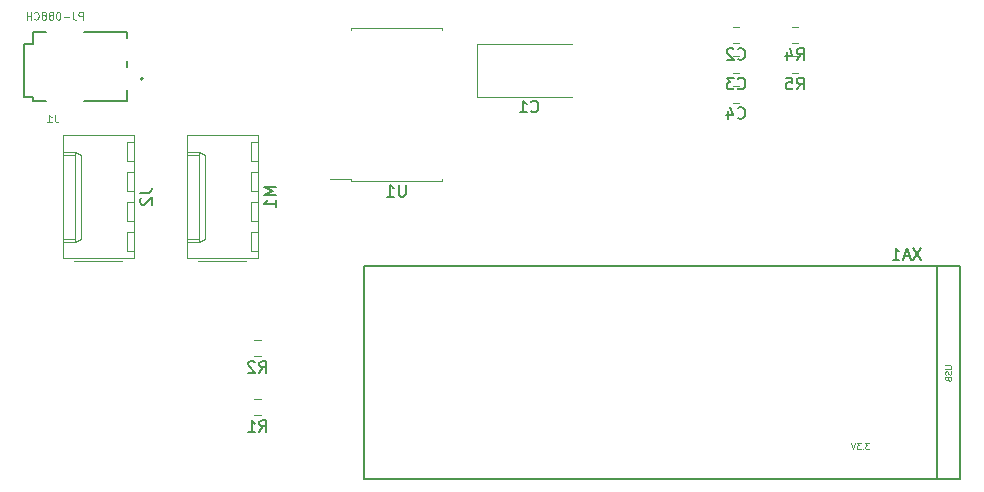
<source format=gbr>
G04 #@! TF.GenerationSoftware,KiCad,Pcbnew,(5.1.4)-1*
G04 #@! TF.CreationDate,2019-09-08T20:59:56-07:00*
G04 #@! TF.ProjectId,arduino-micro,61726475-696e-46f2-9d6d-6963726f2e6b,rev?*
G04 #@! TF.SameCoordinates,Original*
G04 #@! TF.FileFunction,Legend,Bot*
G04 #@! TF.FilePolarity,Positive*
%FSLAX46Y46*%
G04 Gerber Fmt 4.6, Leading zero omitted, Abs format (unit mm)*
G04 Created by KiCad (PCBNEW (5.1.4)-1) date 2019-09-08 20:59:56*
%MOMM*%
%LPD*%
G04 APERTURE LIST*
%ADD10C,0.120000*%
%ADD11C,0.200000*%
%ADD12C,0.127000*%
%ADD13C,0.150000*%
%ADD14C,0.050000*%
%ADD15C,0.075000*%
G04 APERTURE END LIST*
D10*
X121930000Y-106080000D02*
X122530000Y-106080000D01*
X121930000Y-107680000D02*
X121930000Y-106080000D01*
X122530000Y-107680000D02*
X121930000Y-107680000D01*
X121930000Y-108620000D02*
X122530000Y-108620000D01*
X121930000Y-110220000D02*
X121930000Y-108620000D01*
X122530000Y-110220000D02*
X121930000Y-110220000D01*
X121930000Y-111160000D02*
X122530000Y-111160000D01*
X121930000Y-112760000D02*
X121930000Y-111160000D01*
X122530000Y-112760000D02*
X121930000Y-112760000D01*
X121930000Y-113700000D02*
X122530000Y-113700000D01*
X121930000Y-115300000D02*
X121930000Y-113700000D01*
X122530000Y-115300000D02*
X121930000Y-115300000D01*
X116510000Y-107130000D02*
X117510000Y-107130000D01*
X116510000Y-114250000D02*
X117510000Y-114250000D01*
X118040000Y-107130000D02*
X117510000Y-106880000D01*
X118040000Y-114250000D02*
X118040000Y-107130000D01*
X117510000Y-114500000D02*
X118040000Y-114250000D01*
X117510000Y-106880000D02*
X116510000Y-106880000D01*
X117510000Y-114500000D02*
X117510000Y-106880000D01*
X116510000Y-114500000D02*
X117510000Y-114500000D01*
X121500000Y-116170000D02*
X117500000Y-116170000D01*
X122530000Y-105500000D02*
X122530000Y-115880000D01*
X116510000Y-105500000D02*
X122530000Y-105500000D01*
X116510000Y-115880000D02*
X116510000Y-105500000D01*
X122530000Y-115880000D02*
X116510000Y-115880000D01*
X151590000Y-97740000D02*
X159650000Y-97740000D01*
X151590000Y-102260000D02*
X151590000Y-97740000D01*
X159650000Y-102260000D02*
X151590000Y-102260000D01*
X132430000Y-106080000D02*
X133030000Y-106080000D01*
X132430000Y-107680000D02*
X132430000Y-106080000D01*
X133030000Y-107680000D02*
X132430000Y-107680000D01*
X132430000Y-108620000D02*
X133030000Y-108620000D01*
X132430000Y-110220000D02*
X132430000Y-108620000D01*
X133030000Y-110220000D02*
X132430000Y-110220000D01*
X132430000Y-111160000D02*
X133030000Y-111160000D01*
X132430000Y-112760000D02*
X132430000Y-111160000D01*
X133030000Y-112760000D02*
X132430000Y-112760000D01*
X132430000Y-113700000D02*
X133030000Y-113700000D01*
X132430000Y-115300000D02*
X132430000Y-113700000D01*
X133030000Y-115300000D02*
X132430000Y-115300000D01*
X127010000Y-107130000D02*
X128010000Y-107130000D01*
X127010000Y-114250000D02*
X128010000Y-114250000D01*
X128540000Y-107130000D02*
X128010000Y-106880000D01*
X128540000Y-114250000D02*
X128540000Y-107130000D01*
X128010000Y-114500000D02*
X128540000Y-114250000D01*
X128010000Y-106880000D02*
X127010000Y-106880000D01*
X128010000Y-114500000D02*
X128010000Y-106880000D01*
X127010000Y-114500000D02*
X128010000Y-114500000D01*
X132000000Y-116170000D02*
X128000000Y-116170000D01*
X133030000Y-105500000D02*
X133030000Y-115880000D01*
X127010000Y-105500000D02*
X133030000Y-105500000D01*
X127010000Y-115880000D02*
X127010000Y-105500000D01*
X133030000Y-115880000D02*
X127010000Y-115880000D01*
D11*
X123300000Y-100700000D02*
G75*
G03X123300000Y-100700000I-100000J0D01*
G01*
D12*
X121950000Y-99686500D02*
X121950000Y-99210000D01*
X121950000Y-96700000D02*
X121950000Y-97290000D01*
X118310000Y-96700000D02*
X121950000Y-96700000D01*
X121950000Y-102600000D02*
X121950000Y-101610000D01*
X118310000Y-102600000D02*
X121950000Y-102600000D01*
X114000000Y-96700000D02*
X115090000Y-96700000D01*
X114000000Y-97750000D02*
X114000000Y-96700000D01*
X113250000Y-97750000D02*
X114000000Y-97750000D01*
X113250000Y-102250000D02*
X113250000Y-97750000D01*
X114000000Y-102250000D02*
X113250000Y-102250000D01*
X114000000Y-102600000D02*
X114000000Y-102250000D01*
X115090000Y-102600000D02*
X114000000Y-102600000D01*
D13*
X192500000Y-134620000D02*
X142020000Y-134620000D01*
X190500000Y-116620000D02*
X190500000Y-134620000D01*
X192500000Y-116586000D02*
X142020000Y-116586000D01*
X142020000Y-116620000D02*
X142020000Y-134620000D01*
X192500000Y-116586000D02*
X192500000Y-134620000D01*
D10*
X140920000Y-109145000D02*
X139105000Y-109145000D01*
X140920000Y-109380000D02*
X140920000Y-109145000D01*
X144780000Y-109380000D02*
X140920000Y-109380000D01*
X148640000Y-109380000D02*
X148640000Y-109145000D01*
X144780000Y-109380000D02*
X148640000Y-109380000D01*
X140920000Y-96360000D02*
X140920000Y-96595000D01*
X144780000Y-96360000D02*
X140920000Y-96360000D01*
X148640000Y-96360000D02*
X148640000Y-96595000D01*
X144780000Y-96360000D02*
X148640000Y-96360000D01*
X178238748Y-98790000D02*
X178761252Y-98790000D01*
X178238748Y-100210000D02*
X178761252Y-100210000D01*
X178238748Y-96290000D02*
X178761252Y-96290000D01*
X178238748Y-97710000D02*
X178761252Y-97710000D01*
X132738748Y-122790000D02*
X133261252Y-122790000D01*
X132738748Y-124210000D02*
X133261252Y-124210000D01*
X132738748Y-127790000D02*
X133261252Y-127790000D01*
X132738748Y-129210000D02*
X133261252Y-129210000D01*
X173238748Y-101290000D02*
X173761252Y-101290000D01*
X173238748Y-102710000D02*
X173761252Y-102710000D01*
X173238748Y-98790000D02*
X173761252Y-98790000D01*
X173238748Y-100210000D02*
X173761252Y-100210000D01*
X173238748Y-96290000D02*
X173761252Y-96290000D01*
X173238748Y-97710000D02*
X173761252Y-97710000D01*
D13*
X123072380Y-110356666D02*
X123786666Y-110356666D01*
X123929523Y-110309047D01*
X124024761Y-110213809D01*
X124072380Y-110070952D01*
X124072380Y-109975714D01*
X123167619Y-110785238D02*
X123120000Y-110832857D01*
X123072380Y-110928095D01*
X123072380Y-111166190D01*
X123120000Y-111261428D01*
X123167619Y-111309047D01*
X123262857Y-111356666D01*
X123358095Y-111356666D01*
X123500952Y-111309047D01*
X124072380Y-110737619D01*
X124072380Y-111356666D01*
X156166666Y-103457142D02*
X156214285Y-103504761D01*
X156357142Y-103552380D01*
X156452380Y-103552380D01*
X156595238Y-103504761D01*
X156690476Y-103409523D01*
X156738095Y-103314285D01*
X156785714Y-103123809D01*
X156785714Y-102980952D01*
X156738095Y-102790476D01*
X156690476Y-102695238D01*
X156595238Y-102600000D01*
X156452380Y-102552380D01*
X156357142Y-102552380D01*
X156214285Y-102600000D01*
X156166666Y-102647619D01*
X155214285Y-103552380D02*
X155785714Y-103552380D01*
X155500000Y-103552380D02*
X155500000Y-102552380D01*
X155595238Y-102695238D01*
X155690476Y-102790476D01*
X155785714Y-102838095D01*
X134572380Y-109880476D02*
X133572380Y-109880476D01*
X134286666Y-110213809D01*
X133572380Y-110547142D01*
X134572380Y-110547142D01*
X134572380Y-111547142D02*
X134572380Y-110975714D01*
X134572380Y-111261428D02*
X133572380Y-111261428D01*
X133715238Y-111166190D01*
X133810476Y-111070952D01*
X133858095Y-110975714D01*
D14*
X115838933Y-103755923D02*
X115838933Y-104213066D01*
X115869409Y-104304495D01*
X115930361Y-104365447D01*
X116021790Y-104395923D01*
X116082742Y-104395923D01*
X115198933Y-104395923D02*
X115564647Y-104395923D01*
X115381790Y-104395923D02*
X115381790Y-103755923D01*
X115442742Y-103847352D01*
X115503695Y-103908304D01*
X115564647Y-103938780D01*
X118209142Y-95695923D02*
X118209142Y-95055923D01*
X117965333Y-95055923D01*
X117904380Y-95086400D01*
X117873904Y-95116876D01*
X117843428Y-95177828D01*
X117843428Y-95269257D01*
X117873904Y-95330209D01*
X117904380Y-95360685D01*
X117965333Y-95391161D01*
X118209142Y-95391161D01*
X117386285Y-95055923D02*
X117386285Y-95513066D01*
X117416761Y-95604495D01*
X117477714Y-95665447D01*
X117569142Y-95695923D01*
X117630095Y-95695923D01*
X117081523Y-95452114D02*
X116593904Y-95452114D01*
X116167238Y-95055923D02*
X116106285Y-95055923D01*
X116045333Y-95086400D01*
X116014857Y-95116876D01*
X115984380Y-95177828D01*
X115953904Y-95299733D01*
X115953904Y-95452114D01*
X115984380Y-95574019D01*
X116014857Y-95634971D01*
X116045333Y-95665447D01*
X116106285Y-95695923D01*
X116167238Y-95695923D01*
X116228190Y-95665447D01*
X116258666Y-95634971D01*
X116289142Y-95574019D01*
X116319619Y-95452114D01*
X116319619Y-95299733D01*
X116289142Y-95177828D01*
X116258666Y-95116876D01*
X116228190Y-95086400D01*
X116167238Y-95055923D01*
X115588190Y-95330209D02*
X115649142Y-95299733D01*
X115679619Y-95269257D01*
X115710095Y-95208304D01*
X115710095Y-95177828D01*
X115679619Y-95116876D01*
X115649142Y-95086400D01*
X115588190Y-95055923D01*
X115466285Y-95055923D01*
X115405333Y-95086400D01*
X115374857Y-95116876D01*
X115344380Y-95177828D01*
X115344380Y-95208304D01*
X115374857Y-95269257D01*
X115405333Y-95299733D01*
X115466285Y-95330209D01*
X115588190Y-95330209D01*
X115649142Y-95360685D01*
X115679619Y-95391161D01*
X115710095Y-95452114D01*
X115710095Y-95574019D01*
X115679619Y-95634971D01*
X115649142Y-95665447D01*
X115588190Y-95695923D01*
X115466285Y-95695923D01*
X115405333Y-95665447D01*
X115374857Y-95634971D01*
X115344380Y-95574019D01*
X115344380Y-95452114D01*
X115374857Y-95391161D01*
X115405333Y-95360685D01*
X115466285Y-95330209D01*
X114978666Y-95330209D02*
X115039619Y-95299733D01*
X115070095Y-95269257D01*
X115100571Y-95208304D01*
X115100571Y-95177828D01*
X115070095Y-95116876D01*
X115039619Y-95086400D01*
X114978666Y-95055923D01*
X114856761Y-95055923D01*
X114795809Y-95086400D01*
X114765333Y-95116876D01*
X114734857Y-95177828D01*
X114734857Y-95208304D01*
X114765333Y-95269257D01*
X114795809Y-95299733D01*
X114856761Y-95330209D01*
X114978666Y-95330209D01*
X115039619Y-95360685D01*
X115070095Y-95391161D01*
X115100571Y-95452114D01*
X115100571Y-95574019D01*
X115070095Y-95634971D01*
X115039619Y-95665447D01*
X114978666Y-95695923D01*
X114856761Y-95695923D01*
X114795809Y-95665447D01*
X114765333Y-95634971D01*
X114734857Y-95574019D01*
X114734857Y-95452114D01*
X114765333Y-95391161D01*
X114795809Y-95360685D01*
X114856761Y-95330209D01*
X114094857Y-95634971D02*
X114125333Y-95665447D01*
X114216761Y-95695923D01*
X114277714Y-95695923D01*
X114369142Y-95665447D01*
X114430095Y-95604495D01*
X114460571Y-95543542D01*
X114491047Y-95421638D01*
X114491047Y-95330209D01*
X114460571Y-95208304D01*
X114430095Y-95147352D01*
X114369142Y-95086400D01*
X114277714Y-95055923D01*
X114216761Y-95055923D01*
X114125333Y-95086400D01*
X114094857Y-95116876D01*
X113820571Y-95695923D02*
X113820571Y-95055923D01*
X113820571Y-95360685D02*
X113454857Y-95360685D01*
X113454857Y-95695923D02*
X113454857Y-95055923D01*
D13*
X189198095Y-115022380D02*
X188531428Y-116022380D01*
X188531428Y-115022380D02*
X189198095Y-116022380D01*
X188198095Y-115736666D02*
X187721904Y-115736666D01*
X188293333Y-116022380D02*
X187960000Y-115022380D01*
X187626666Y-116022380D01*
X186769523Y-116022380D02*
X187340952Y-116022380D01*
X187055238Y-116022380D02*
X187055238Y-115022380D01*
X187150476Y-115165238D01*
X187245714Y-115260476D01*
X187340952Y-115308095D01*
D15*
X191242190Y-124972047D02*
X191646952Y-124972047D01*
X191694571Y-124995857D01*
X191718380Y-125019666D01*
X191742190Y-125067285D01*
X191742190Y-125162523D01*
X191718380Y-125210142D01*
X191694571Y-125233952D01*
X191646952Y-125257761D01*
X191242190Y-125257761D01*
X191718380Y-125472047D02*
X191742190Y-125543476D01*
X191742190Y-125662523D01*
X191718380Y-125710142D01*
X191694571Y-125733952D01*
X191646952Y-125757761D01*
X191599333Y-125757761D01*
X191551714Y-125733952D01*
X191527904Y-125710142D01*
X191504095Y-125662523D01*
X191480285Y-125567285D01*
X191456476Y-125519666D01*
X191432666Y-125495857D01*
X191385047Y-125472047D01*
X191337428Y-125472047D01*
X191289809Y-125495857D01*
X191266000Y-125519666D01*
X191242190Y-125567285D01*
X191242190Y-125686333D01*
X191266000Y-125757761D01*
X191480285Y-126138714D02*
X191504095Y-126210142D01*
X191527904Y-126233952D01*
X191575523Y-126257761D01*
X191646952Y-126257761D01*
X191694571Y-126233952D01*
X191718380Y-126210142D01*
X191742190Y-126162523D01*
X191742190Y-125972047D01*
X191242190Y-125972047D01*
X191242190Y-126138714D01*
X191266000Y-126186333D01*
X191289809Y-126210142D01*
X191337428Y-126233952D01*
X191385047Y-126233952D01*
X191432666Y-126210142D01*
X191456476Y-126186333D01*
X191480285Y-126138714D01*
X191480285Y-125972047D01*
X184778095Y-131552190D02*
X184468571Y-131552190D01*
X184635238Y-131742666D01*
X184563809Y-131742666D01*
X184516190Y-131766476D01*
X184492380Y-131790285D01*
X184468571Y-131837904D01*
X184468571Y-131956952D01*
X184492380Y-132004571D01*
X184516190Y-132028380D01*
X184563809Y-132052190D01*
X184706666Y-132052190D01*
X184754285Y-132028380D01*
X184778095Y-132004571D01*
X184254285Y-132004571D02*
X184230476Y-132028380D01*
X184254285Y-132052190D01*
X184278095Y-132028380D01*
X184254285Y-132004571D01*
X184254285Y-132052190D01*
X184063809Y-131552190D02*
X183754285Y-131552190D01*
X183920952Y-131742666D01*
X183849523Y-131742666D01*
X183801904Y-131766476D01*
X183778095Y-131790285D01*
X183754285Y-131837904D01*
X183754285Y-131956952D01*
X183778095Y-132004571D01*
X183801904Y-132028380D01*
X183849523Y-132052190D01*
X183992380Y-132052190D01*
X184040000Y-132028380D01*
X184063809Y-132004571D01*
X183611428Y-131552190D02*
X183444761Y-132052190D01*
X183278095Y-131552190D01*
D13*
X145541904Y-109672380D02*
X145541904Y-110481904D01*
X145494285Y-110577142D01*
X145446666Y-110624761D01*
X145351428Y-110672380D01*
X145160952Y-110672380D01*
X145065714Y-110624761D01*
X145018095Y-110577142D01*
X144970476Y-110481904D01*
X144970476Y-109672380D01*
X143970476Y-110672380D02*
X144541904Y-110672380D01*
X144256190Y-110672380D02*
X144256190Y-109672380D01*
X144351428Y-109815238D01*
X144446666Y-109910476D01*
X144541904Y-109958095D01*
X178666666Y-101602380D02*
X179000000Y-101126190D01*
X179238095Y-101602380D02*
X179238095Y-100602380D01*
X178857142Y-100602380D01*
X178761904Y-100650000D01*
X178714285Y-100697619D01*
X178666666Y-100792857D01*
X178666666Y-100935714D01*
X178714285Y-101030952D01*
X178761904Y-101078571D01*
X178857142Y-101126190D01*
X179238095Y-101126190D01*
X177761904Y-100602380D02*
X178238095Y-100602380D01*
X178285714Y-101078571D01*
X178238095Y-101030952D01*
X178142857Y-100983333D01*
X177904761Y-100983333D01*
X177809523Y-101030952D01*
X177761904Y-101078571D01*
X177714285Y-101173809D01*
X177714285Y-101411904D01*
X177761904Y-101507142D01*
X177809523Y-101554761D01*
X177904761Y-101602380D01*
X178142857Y-101602380D01*
X178238095Y-101554761D01*
X178285714Y-101507142D01*
X178666666Y-99102380D02*
X179000000Y-98626190D01*
X179238095Y-99102380D02*
X179238095Y-98102380D01*
X178857142Y-98102380D01*
X178761904Y-98150000D01*
X178714285Y-98197619D01*
X178666666Y-98292857D01*
X178666666Y-98435714D01*
X178714285Y-98530952D01*
X178761904Y-98578571D01*
X178857142Y-98626190D01*
X179238095Y-98626190D01*
X177809523Y-98435714D02*
X177809523Y-99102380D01*
X178047619Y-98054761D02*
X178285714Y-98769047D01*
X177666666Y-98769047D01*
X133166666Y-125602380D02*
X133500000Y-125126190D01*
X133738095Y-125602380D02*
X133738095Y-124602380D01*
X133357142Y-124602380D01*
X133261904Y-124650000D01*
X133214285Y-124697619D01*
X133166666Y-124792857D01*
X133166666Y-124935714D01*
X133214285Y-125030952D01*
X133261904Y-125078571D01*
X133357142Y-125126190D01*
X133738095Y-125126190D01*
X132785714Y-124697619D02*
X132738095Y-124650000D01*
X132642857Y-124602380D01*
X132404761Y-124602380D01*
X132309523Y-124650000D01*
X132261904Y-124697619D01*
X132214285Y-124792857D01*
X132214285Y-124888095D01*
X132261904Y-125030952D01*
X132833333Y-125602380D01*
X132214285Y-125602380D01*
X133166666Y-130602380D02*
X133500000Y-130126190D01*
X133738095Y-130602380D02*
X133738095Y-129602380D01*
X133357142Y-129602380D01*
X133261904Y-129650000D01*
X133214285Y-129697619D01*
X133166666Y-129792857D01*
X133166666Y-129935714D01*
X133214285Y-130030952D01*
X133261904Y-130078571D01*
X133357142Y-130126190D01*
X133738095Y-130126190D01*
X132214285Y-130602380D02*
X132785714Y-130602380D01*
X132500000Y-130602380D02*
X132500000Y-129602380D01*
X132595238Y-129745238D01*
X132690476Y-129840476D01*
X132785714Y-129888095D01*
X173666666Y-104007142D02*
X173714285Y-104054761D01*
X173857142Y-104102380D01*
X173952380Y-104102380D01*
X174095238Y-104054761D01*
X174190476Y-103959523D01*
X174238095Y-103864285D01*
X174285714Y-103673809D01*
X174285714Y-103530952D01*
X174238095Y-103340476D01*
X174190476Y-103245238D01*
X174095238Y-103150000D01*
X173952380Y-103102380D01*
X173857142Y-103102380D01*
X173714285Y-103150000D01*
X173666666Y-103197619D01*
X172809523Y-103435714D02*
X172809523Y-104102380D01*
X173047619Y-103054761D02*
X173285714Y-103769047D01*
X172666666Y-103769047D01*
X173666666Y-101507142D02*
X173714285Y-101554761D01*
X173857142Y-101602380D01*
X173952380Y-101602380D01*
X174095238Y-101554761D01*
X174190476Y-101459523D01*
X174238095Y-101364285D01*
X174285714Y-101173809D01*
X174285714Y-101030952D01*
X174238095Y-100840476D01*
X174190476Y-100745238D01*
X174095238Y-100650000D01*
X173952380Y-100602380D01*
X173857142Y-100602380D01*
X173714285Y-100650000D01*
X173666666Y-100697619D01*
X173333333Y-100602380D02*
X172714285Y-100602380D01*
X173047619Y-100983333D01*
X172904761Y-100983333D01*
X172809523Y-101030952D01*
X172761904Y-101078571D01*
X172714285Y-101173809D01*
X172714285Y-101411904D01*
X172761904Y-101507142D01*
X172809523Y-101554761D01*
X172904761Y-101602380D01*
X173190476Y-101602380D01*
X173285714Y-101554761D01*
X173333333Y-101507142D01*
X173666666Y-99007142D02*
X173714285Y-99054761D01*
X173857142Y-99102380D01*
X173952380Y-99102380D01*
X174095238Y-99054761D01*
X174190476Y-98959523D01*
X174238095Y-98864285D01*
X174285714Y-98673809D01*
X174285714Y-98530952D01*
X174238095Y-98340476D01*
X174190476Y-98245238D01*
X174095238Y-98150000D01*
X173952380Y-98102380D01*
X173857142Y-98102380D01*
X173714285Y-98150000D01*
X173666666Y-98197619D01*
X173285714Y-98197619D02*
X173238095Y-98150000D01*
X173142857Y-98102380D01*
X172904761Y-98102380D01*
X172809523Y-98150000D01*
X172761904Y-98197619D01*
X172714285Y-98292857D01*
X172714285Y-98388095D01*
X172761904Y-98530952D01*
X173333333Y-99102380D01*
X172714285Y-99102380D01*
M02*

</source>
